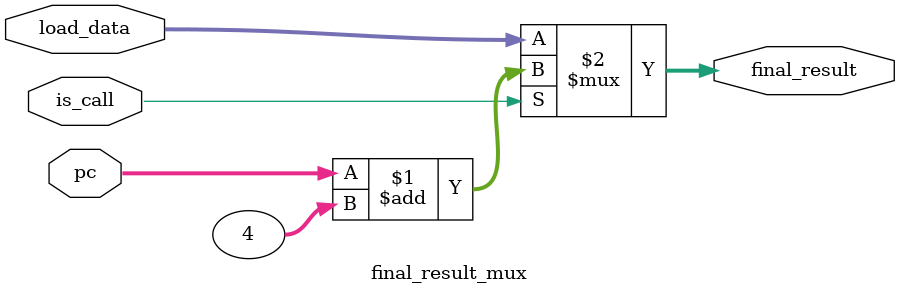
<source format=v>
`timescale 1ns / 1ps
module final_result_mux(load_data, pc, is_call, final_result);
    input [31:0] load_data, pc;
    input is_call;
    output [31:0] final_result;
    
    assign final_result = is_call ? pc+4 : load_data;
    
endmodule

</source>
